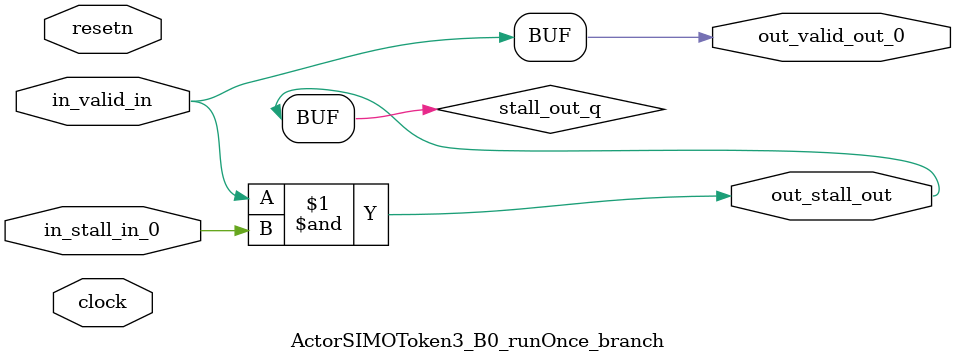
<source format=sv>



(* altera_attribute = "-name AUTO_SHIFT_REGISTER_RECOGNITION OFF; -name MESSAGE_DISABLE 10036; -name MESSAGE_DISABLE 10037; -name MESSAGE_DISABLE 14130; -name MESSAGE_DISABLE 14320; -name MESSAGE_DISABLE 15400; -name MESSAGE_DISABLE 14130; -name MESSAGE_DISABLE 10036; -name MESSAGE_DISABLE 12020; -name MESSAGE_DISABLE 12030; -name MESSAGE_DISABLE 12010; -name MESSAGE_DISABLE 12110; -name MESSAGE_DISABLE 14320; -name MESSAGE_DISABLE 13410; -name MESSAGE_DISABLE 113007; -name MESSAGE_DISABLE 10958" *)
module ActorSIMOToken3_B0_runOnce_branch (
    input wire [0:0] in_stall_in_0,
    input wire [0:0] in_valid_in,
    output wire [0:0] out_stall_out,
    output wire [0:0] out_valid_out_0,
    input wire clock,
    input wire resetn
    );

    wire [0:0] stall_out_q;


    // stall_out(LOGICAL,6)
    assign stall_out_q = in_valid_in & in_stall_in_0;

    // out_stall_out(GPOUT,4)
    assign out_stall_out = stall_out_q;

    // out_valid_out_0(GPOUT,5)
    assign out_valid_out_0 = in_valid_in;

endmodule

</source>
